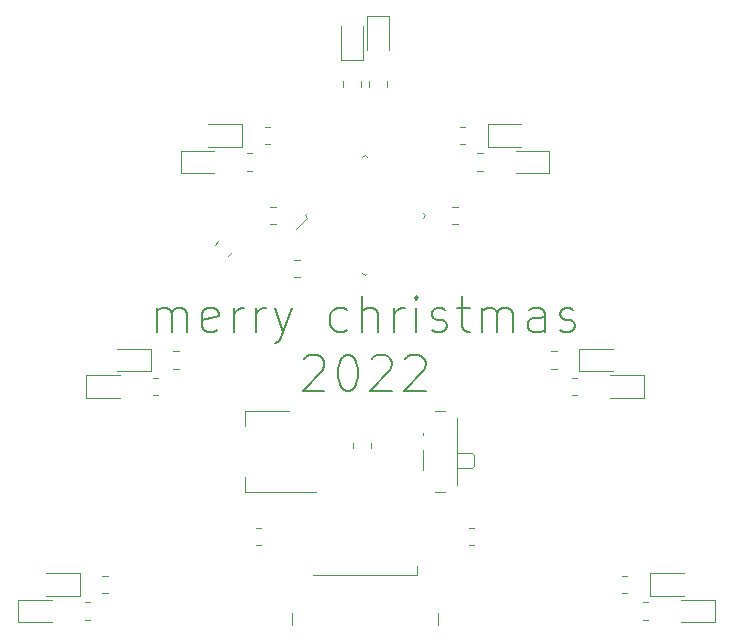
<source format=gbr>
%TF.GenerationSoftware,KiCad,Pcbnew,(6.0.7)*%
%TF.CreationDate,2022-09-10T12:27:55+10:00*%
%TF.ProjectId,Christmas_2022_PCB,43687269-7374-46d6-9173-5f323032325f,v01*%
%TF.SameCoordinates,Original*%
%TF.FileFunction,Legend,Top*%
%TF.FilePolarity,Positive*%
%FSLAX46Y46*%
G04 Gerber Fmt 4.6, Leading zero omitted, Abs format (unit mm)*
G04 Created by KiCad (PCBNEW (6.0.7)) date 2022-09-10 12:27:55*
%MOMM*%
%LPD*%
G01*
G04 APERTURE LIST*
%ADD10C,0.150000*%
%ADD11C,0.120000*%
G04 APERTURE END LIST*
D10*
X84857142Y-87142857D02*
X85000000Y-87000000D01*
X85285714Y-86857142D01*
X86000000Y-86857142D01*
X86285714Y-87000000D01*
X86428571Y-87142857D01*
X86571428Y-87428571D01*
X86571428Y-87714285D01*
X86428571Y-88142857D01*
X84714285Y-89857142D01*
X86571428Y-89857142D01*
X88428571Y-86857142D02*
X88714285Y-86857142D01*
X89000000Y-87000000D01*
X89142857Y-87142857D01*
X89285714Y-87428571D01*
X89428571Y-88000000D01*
X89428571Y-88714285D01*
X89285714Y-89285714D01*
X89142857Y-89571428D01*
X89000000Y-89714285D01*
X88714285Y-89857142D01*
X88428571Y-89857142D01*
X88142857Y-89714285D01*
X88000000Y-89571428D01*
X87857142Y-89285714D01*
X87714285Y-88714285D01*
X87714285Y-88000000D01*
X87857142Y-87428571D01*
X88000000Y-87142857D01*
X88142857Y-87000000D01*
X88428571Y-86857142D01*
X90571428Y-87142857D02*
X90714285Y-87000000D01*
X91000000Y-86857142D01*
X91714285Y-86857142D01*
X92000000Y-87000000D01*
X92142857Y-87142857D01*
X92285714Y-87428571D01*
X92285714Y-87714285D01*
X92142857Y-88142857D01*
X90428571Y-89857142D01*
X92285714Y-89857142D01*
X93428571Y-87142857D02*
X93571428Y-87000000D01*
X93857142Y-86857142D01*
X94571428Y-86857142D01*
X94857142Y-87000000D01*
X95000000Y-87142857D01*
X95142857Y-87428571D01*
X95142857Y-87714285D01*
X95000000Y-88142857D01*
X93285714Y-89857142D01*
X95142857Y-89857142D01*
X72357142Y-84857142D02*
X72357142Y-82857142D01*
X72357142Y-83142857D02*
X72499999Y-83000000D01*
X72785714Y-82857142D01*
X73214285Y-82857142D01*
X73499999Y-83000000D01*
X73642857Y-83285714D01*
X73642857Y-84857142D01*
X73642857Y-83285714D02*
X73785714Y-83000000D01*
X74071428Y-82857142D01*
X74499999Y-82857142D01*
X74785714Y-83000000D01*
X74928571Y-83285714D01*
X74928571Y-84857142D01*
X77499999Y-84714285D02*
X77214285Y-84857142D01*
X76642857Y-84857142D01*
X76357142Y-84714285D01*
X76214285Y-84428571D01*
X76214285Y-83285714D01*
X76357142Y-83000000D01*
X76642857Y-82857142D01*
X77214285Y-82857142D01*
X77499999Y-83000000D01*
X77642857Y-83285714D01*
X77642857Y-83571428D01*
X76214285Y-83857142D01*
X78928571Y-84857142D02*
X78928571Y-82857142D01*
X78928571Y-83428571D02*
X79071428Y-83142857D01*
X79214285Y-83000000D01*
X79499999Y-82857142D01*
X79785714Y-82857142D01*
X80785714Y-84857142D02*
X80785714Y-82857142D01*
X80785714Y-83428571D02*
X80928571Y-83142857D01*
X81071428Y-83000000D01*
X81357142Y-82857142D01*
X81642857Y-82857142D01*
X82357142Y-82857142D02*
X83071428Y-84857142D01*
X83785714Y-82857142D02*
X83071428Y-84857142D01*
X82785714Y-85571428D01*
X82642857Y-85714285D01*
X82357142Y-85857142D01*
X88500000Y-84714285D02*
X88214285Y-84857142D01*
X87642857Y-84857142D01*
X87357142Y-84714285D01*
X87214285Y-84571428D01*
X87071428Y-84285714D01*
X87071428Y-83428571D01*
X87214285Y-83142857D01*
X87357142Y-83000000D01*
X87642857Y-82857142D01*
X88214285Y-82857142D01*
X88500000Y-83000000D01*
X89785714Y-84857142D02*
X89785714Y-81857142D01*
X91071428Y-84857142D02*
X91071428Y-83285714D01*
X90928571Y-83000000D01*
X90642857Y-82857142D01*
X90214285Y-82857142D01*
X89928571Y-83000000D01*
X89785714Y-83142857D01*
X92499999Y-84857142D02*
X92499999Y-82857142D01*
X92499999Y-83428571D02*
X92642857Y-83142857D01*
X92785714Y-83000000D01*
X93071428Y-82857142D01*
X93357142Y-82857142D01*
X94357142Y-84857142D02*
X94357142Y-82857142D01*
X94357142Y-81857142D02*
X94214285Y-82000000D01*
X94357142Y-82142857D01*
X94500000Y-82000000D01*
X94357142Y-81857142D01*
X94357142Y-82142857D01*
X95642857Y-84714285D02*
X95928571Y-84857142D01*
X96500000Y-84857142D01*
X96785714Y-84714285D01*
X96928571Y-84428571D01*
X96928571Y-84285714D01*
X96785714Y-84000000D01*
X96500000Y-83857142D01*
X96071428Y-83857142D01*
X95785714Y-83714285D01*
X95642857Y-83428571D01*
X95642857Y-83285714D01*
X95785714Y-83000000D01*
X96071428Y-82857142D01*
X96500000Y-82857142D01*
X96785714Y-83000000D01*
X97785714Y-82857142D02*
X98928571Y-82857142D01*
X98214285Y-81857142D02*
X98214285Y-84428571D01*
X98357142Y-84714285D01*
X98642857Y-84857142D01*
X98928571Y-84857142D01*
X99928571Y-84857142D02*
X99928571Y-82857142D01*
X99928571Y-83142857D02*
X100071428Y-83000000D01*
X100357142Y-82857142D01*
X100785714Y-82857142D01*
X101071428Y-83000000D01*
X101214285Y-83285714D01*
X101214285Y-84857142D01*
X101214285Y-83285714D02*
X101357142Y-83000000D01*
X101642857Y-82857142D01*
X102071428Y-82857142D01*
X102357142Y-83000000D01*
X102500000Y-83285714D01*
X102500000Y-84857142D01*
X105214285Y-84857142D02*
X105214285Y-83285714D01*
X105071428Y-83000000D01*
X104785714Y-82857142D01*
X104214285Y-82857142D01*
X103928571Y-83000000D01*
X105214285Y-84714285D02*
X104928571Y-84857142D01*
X104214285Y-84857142D01*
X103928571Y-84714285D01*
X103785714Y-84428571D01*
X103785714Y-84142857D01*
X103928571Y-83857142D01*
X104214285Y-83714285D01*
X104928571Y-83714285D01*
X105214285Y-83571428D01*
X106500000Y-84714285D02*
X106785714Y-84857142D01*
X107357142Y-84857142D01*
X107642857Y-84714285D01*
X107785714Y-84428571D01*
X107785714Y-84285714D01*
X107642857Y-84000000D01*
X107357142Y-83857142D01*
X106928571Y-83857142D01*
X106642857Y-83714285D01*
X106500000Y-83428571D01*
X106500000Y-83285714D01*
X106642857Y-83000000D01*
X106928571Y-82857142D01*
X107357142Y-82857142D01*
X107642857Y-83000000D01*
D11*
%TO.C,D11*%
X65860000Y-107210000D02*
X65860000Y-105290000D01*
X65860000Y-105290000D02*
X63000000Y-105290000D01*
X63000000Y-107210000D02*
X65860000Y-107210000D01*
%TO.C,R5*%
X88165000Y-63672936D02*
X88165000Y-64127064D01*
X89635000Y-63672936D02*
X89635000Y-64127064D01*
%TO.C,D5*%
X100390000Y-69210000D02*
X103250000Y-69210000D01*
X100390000Y-67290000D02*
X100390000Y-69210000D01*
X103250000Y-67290000D02*
X100390000Y-67290000D01*
%TO.C,R4*%
X81227064Y-101465000D02*
X80772936Y-101465000D01*
X81227064Y-102935000D02*
X80772936Y-102935000D01*
%TO.C,R6*%
X80477064Y-71235000D02*
X80022936Y-71235000D01*
X80477064Y-69765000D02*
X80022936Y-69765000D01*
%TO.C,R19*%
X112227064Y-105515000D02*
X111772936Y-105515000D01*
X112227064Y-106985000D02*
X111772936Y-106985000D01*
%TO.C,R9*%
X81522936Y-67515000D02*
X81977064Y-67515000D01*
X81522936Y-68985000D02*
X81977064Y-68985000D01*
%TO.C,R18*%
X66727064Y-107765000D02*
X66272936Y-107765000D01*
X66727064Y-109235000D02*
X66272936Y-109235000D01*
%TO.C,R8*%
X98772936Y-101465000D02*
X99227064Y-101465000D01*
X98772936Y-102935000D02*
X99227064Y-102935000D01*
%TO.C,SW3*%
X97755000Y-97850000D02*
X97755000Y-92150000D01*
X95955000Y-98450000D02*
X96745000Y-98450000D01*
X99045000Y-95100000D02*
X99255000Y-95300000D01*
X96745000Y-91550000D02*
X95955000Y-91550000D01*
X99045000Y-95100000D02*
X97755000Y-95100000D01*
X94905000Y-96600000D02*
X94905000Y-94900000D01*
X99255000Y-96200000D02*
X99255000Y-95300000D01*
X94905000Y-93600000D02*
X94905000Y-93400000D01*
X99045000Y-96400000D02*
X99255000Y-96200000D01*
X97755000Y-96400000D02*
X99045000Y-96400000D01*
%TO.C,R11*%
X89015000Y-94272936D02*
X89015000Y-94727064D01*
X90485000Y-94272936D02*
X90485000Y-94727064D01*
%TO.C,D3*%
X79610000Y-69210000D02*
X79610000Y-67290000D01*
X76750000Y-69210000D02*
X79610000Y-69210000D01*
X79610000Y-67290000D02*
X76750000Y-67290000D01*
%TO.C,D4*%
X74390000Y-71460000D02*
X77250000Y-71460000D01*
X77250000Y-69540000D02*
X74390000Y-69540000D01*
X74390000Y-69540000D02*
X74390000Y-71460000D01*
%TO.C,U2*%
X85850000Y-98410000D02*
X79840000Y-98410000D01*
X83600000Y-91590000D02*
X79840000Y-91590000D01*
X79840000Y-91590000D02*
X79840000Y-92850000D01*
X79840000Y-98410000D02*
X79840000Y-97150000D01*
%TO.C,R14*%
X72477064Y-90235000D02*
X72022936Y-90235000D01*
X72477064Y-88765000D02*
X72022936Y-88765000D01*
%TO.C,J1*%
X94400000Y-105480000D02*
X85600000Y-105480000D01*
X83855000Y-108650000D02*
X83855000Y-109700000D01*
X96145000Y-108650000D02*
X96145000Y-109700000D01*
X94400000Y-105480000D02*
X94400000Y-104725000D01*
%TO.C,C3*%
X82511252Y-75735000D02*
X81988748Y-75735000D01*
X82511252Y-74265000D02*
X81988748Y-74265000D01*
%TO.C,D8*%
X66390000Y-88540000D02*
X66390000Y-90460000D01*
X69250000Y-88540000D02*
X66390000Y-88540000D01*
X66390000Y-90460000D02*
X69250000Y-90460000D01*
%TO.C,D9*%
X111000000Y-86290000D02*
X108140000Y-86290000D01*
X108140000Y-88210000D02*
X111000000Y-88210000D01*
X108140000Y-86290000D02*
X108140000Y-88210000D01*
%TO.C,D6*%
X105610000Y-69540000D02*
X102750000Y-69540000D01*
X105610000Y-71460000D02*
X105610000Y-69540000D01*
X102750000Y-71460000D02*
X105610000Y-71460000D01*
%TO.C,R15*%
X106227064Y-86515000D02*
X105772936Y-86515000D01*
X106227064Y-87985000D02*
X105772936Y-87985000D01*
%TO.C,R1*%
X77571694Y-77160988D02*
X77285902Y-77513911D01*
X78714098Y-78086089D02*
X78428306Y-78439012D01*
%TO.C,R16*%
X107522936Y-90235000D02*
X107977064Y-90235000D01*
X107522936Y-88765000D02*
X107977064Y-88765000D01*
%TO.C,R20*%
X113522936Y-107765000D02*
X113977064Y-107765000D01*
X113522936Y-109235000D02*
X113977064Y-109235000D01*
%TO.C,D12*%
X63500000Y-107540000D02*
X60640000Y-107540000D01*
X60640000Y-107540000D02*
X60640000Y-109460000D01*
X60640000Y-109460000D02*
X63500000Y-109460000D01*
%TO.C,U1*%
X85106821Y-75212132D02*
X84176976Y-76141977D01*
X90000000Y-69894689D02*
X90212132Y-70106821D01*
X89787868Y-70106821D02*
X90000000Y-69894689D01*
X85106821Y-74787868D02*
X84894689Y-75000000D01*
X94893179Y-75212132D02*
X95105311Y-75000000D01*
X90212132Y-79893179D02*
X90000000Y-80105311D01*
X90000000Y-80105311D02*
X89787868Y-79893179D01*
X95105311Y-75000000D02*
X94893179Y-74787868D01*
X84894689Y-75000000D02*
X85106821Y-75212132D01*
%TO.C,R12*%
X99522936Y-69765000D02*
X99977064Y-69765000D01*
X99522936Y-71235000D02*
X99977064Y-71235000D01*
%TO.C,R17*%
X67772936Y-105515000D02*
X68227064Y-105515000D01*
X67772936Y-106985000D02*
X68227064Y-106985000D01*
%TO.C,D2*%
X92060000Y-58140000D02*
X90140000Y-58140000D01*
X92060000Y-61000000D02*
X92060000Y-58140000D01*
X90140000Y-58140000D02*
X90140000Y-61000000D01*
%TO.C,D14*%
X119610000Y-109460000D02*
X119610000Y-107540000D01*
X119610000Y-107540000D02*
X116750000Y-107540000D01*
X116750000Y-109460000D02*
X119610000Y-109460000D01*
%TO.C,R7*%
X91835000Y-64127064D02*
X91835000Y-63672936D01*
X90365000Y-64127064D02*
X90365000Y-63672936D01*
%TO.C,C1*%
X84511252Y-78765000D02*
X83988748Y-78765000D01*
X84511252Y-80235000D02*
X83988748Y-80235000D01*
%TO.C,D13*%
X114140000Y-105290000D02*
X114140000Y-107210000D01*
X117000000Y-105290000D02*
X114140000Y-105290000D01*
X114140000Y-107210000D02*
X117000000Y-107210000D01*
%TO.C,D1*%
X87940000Y-61860000D02*
X89860000Y-61860000D01*
X89860000Y-61860000D02*
X89860000Y-59000000D01*
X87940000Y-59000000D02*
X87940000Y-61860000D01*
%TO.C,R13*%
X73772936Y-87985000D02*
X74227064Y-87985000D01*
X73772936Y-86515000D02*
X74227064Y-86515000D01*
%TO.C,C2*%
X97338748Y-75735000D02*
X97861252Y-75735000D01*
X97338748Y-74265000D02*
X97861252Y-74265000D01*
%TO.C,D10*%
X110750000Y-90460000D02*
X113610000Y-90460000D01*
X113610000Y-88540000D02*
X110750000Y-88540000D01*
X113610000Y-90460000D02*
X113610000Y-88540000D01*
%TO.C,D7*%
X69000000Y-88210000D02*
X71860000Y-88210000D01*
X71860000Y-86290000D02*
X69000000Y-86290000D01*
X71860000Y-88210000D02*
X71860000Y-86290000D01*
%TO.C,R10*%
X98477064Y-68985000D02*
X98022936Y-68985000D01*
X98477064Y-67515000D02*
X98022936Y-67515000D01*
%TD*%
M02*

</source>
